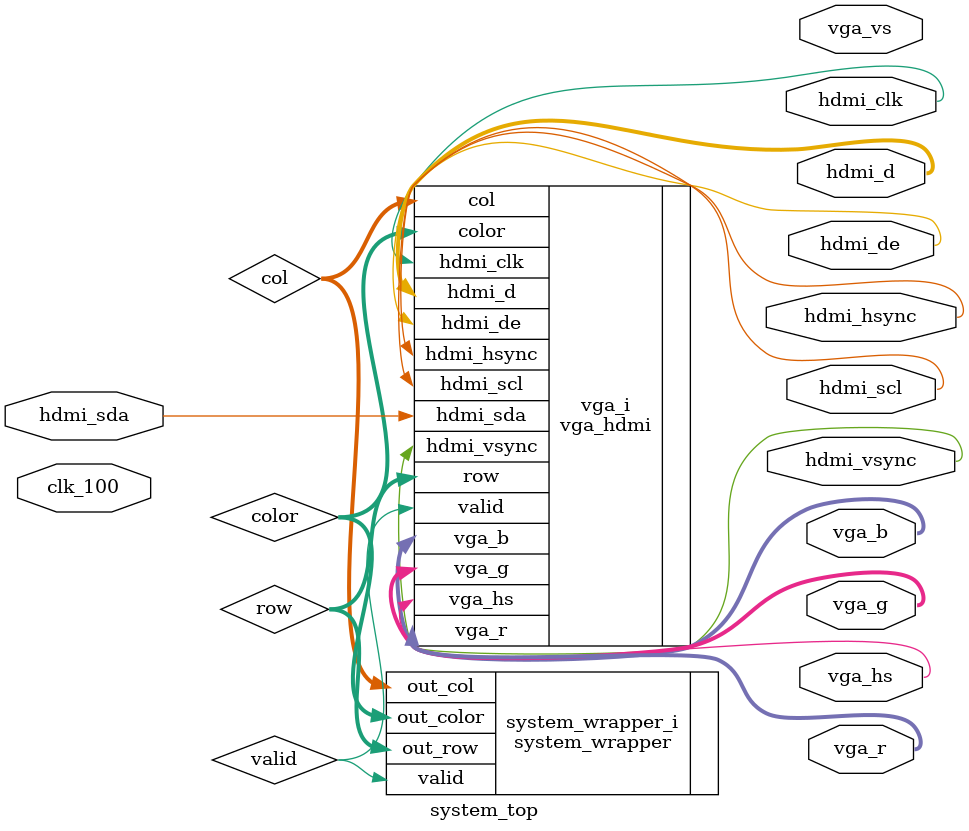
<source format=v>
`timescale 1ns / 1ps


module system_top(
    input      clk_100,           
    output     [3:0] vga_r,
    output     [3:0] vga_g,
    output     [3:0] vga_b,
    output     vga_hs,
    output     vga_vs,
    output     hdmi_clk,
    output     hdmi_hsync,
    output     hdmi_vsync,
    output     [15:0] hdmi_d,
    output     hdmi_de,
    output     hdmi_scl,
    inout      hdmi_sda);
    
    wire [10:0] col;
    wire [9:0] row;
    wire [3:0] color;
    
    vga_hdmi vga_i(
        .color(color),
        .col(col),
        .row(row),
        .valid(valid),
        .vga_r(vga_r),
        .vga_g(vga_g),
        .vga_b(vga_b),
        .vga_hs(vga_hs),
        .hdmi_clk(hdmi_clk),
        .hdmi_hsync(hdmi_hsync),
        .hdmi_vsync(hdmi_vsync),
        .hdmi_d(hdmi_d),
        .hdmi_de(hdmi_de),
        .hdmi_scl(hdmi_scl),
        .hdmi_sda(hdmi_sda));
        
    system_wrapper system_wrapper_i(
        .out_col(col),
        .out_row(row),
        .out_color(color),
        .valid(valid));
    
endmodule

</source>
